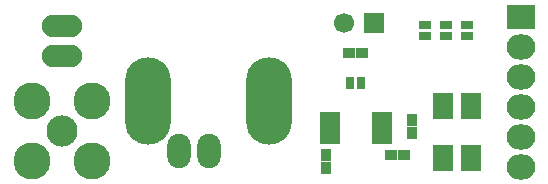
<source format=gts>
G04 #@! TF.FileFunction,Soldermask,Top*
%FSLAX46Y46*%
G04 Gerber Fmt 4.6, Leading zero omitted, Abs format (unit mm)*
G04 Created by KiCad (PCBNEW 4.0.1-3.201512221402+6198~38~ubuntu14.04.1-stable) date Mon 01 Feb 2016 11:31:49 PM PST*
%MOMM*%
G01*
G04 APERTURE LIST*
%ADD10C,0.100000*%
%ADD11R,2.432000X2.127200*%
%ADD12O,2.432000X2.127200*%
%ADD13R,0.900000X1.000000*%
%ADD14R,1.800000X0.700000*%
%ADD15R,0.800000X1.000000*%
%ADD16R,1.000000X0.800000*%
%ADD17R,1.000000X0.900000*%
%ADD18R,1.799540X2.200860*%
%ADD19C,3.140000*%
%ADD20C,2.640000*%
%ADD21O,3.900120X7.400240*%
%ADD22O,2.000200X2.899360*%
%ADD23R,1.700000X1.700000*%
%ADD24C,1.700000*%
%ADD25O,3.414980X1.906220*%
G04 APERTURE END LIST*
D10*
D11*
X200660000Y-95504000D03*
D12*
X200660000Y-98044000D03*
X200660000Y-100584000D03*
X200660000Y-103124000D03*
X200660000Y-105664000D03*
X200660000Y-108204000D03*
D13*
X191490600Y-105299600D03*
X191490600Y-104199600D03*
D14*
X188890000Y-105902000D03*
X188890000Y-105402000D03*
X188890000Y-104902000D03*
X188890000Y-104402000D03*
X188890000Y-103902000D03*
X184490000Y-103902000D03*
X184490000Y-104402000D03*
X184490000Y-104902000D03*
X184490000Y-105402000D03*
X184490000Y-105902000D03*
D13*
X184150000Y-107146000D03*
X184150000Y-108246000D03*
D15*
X186240000Y-101092000D03*
X187140000Y-101092000D03*
D16*
X196164200Y-96197000D03*
X196164200Y-97097000D03*
X194310000Y-96197000D03*
X194310000Y-97097000D03*
D17*
X190796000Y-107188000D03*
X189696000Y-107188000D03*
D16*
X192557400Y-96171600D03*
X192557400Y-97071600D03*
D18*
X196499480Y-107431840D03*
X196499480Y-103032560D03*
X194101720Y-103032560D03*
X194101720Y-107431840D03*
D19*
X159258000Y-107696000D03*
X164338000Y-107696000D03*
X164338000Y-102616000D03*
X159258000Y-102616000D03*
D20*
X161798000Y-105156000D03*
D17*
X187240000Y-98552000D03*
X186140000Y-98552000D03*
D21*
X169146220Y-102590600D03*
X179344320Y-102590600D03*
D22*
X174244000Y-106855260D03*
X171744640Y-106855260D03*
D23*
X188214000Y-96012000D03*
D24*
X185714000Y-96012000D03*
D25*
X161798000Y-98806000D03*
X161798000Y-96266000D03*
M02*

</source>
